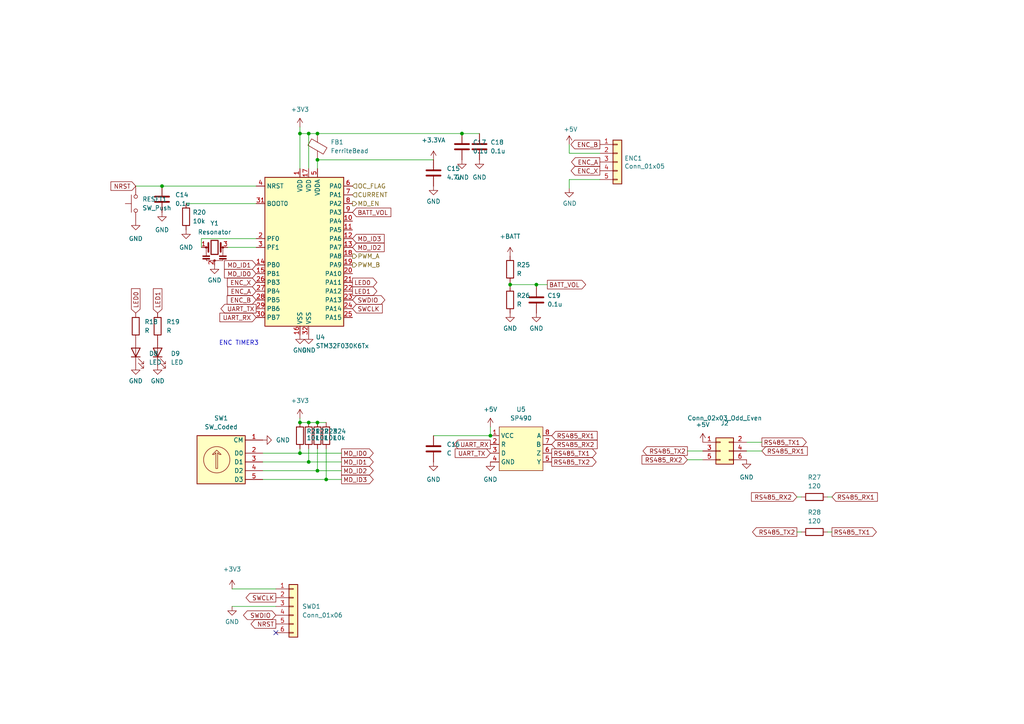
<source format=kicad_sch>
(kicad_sch (version 20211123) (generator eeschema)
  (paper "A4")
  (lib_symbols
    (symbol "Connector_Generic:Conn_01x05" (pin_names (offset 1.016) hide)
      (property "Reference" "J" (at 0 7.62 0))
      (property "Value" "Conn_01x05" (at 0 -7.62 0))
      (symbol "Conn_01x05_1_1"
        (rectangle (start -1.27 -4.953) (end 0 -5.207) (stroke (width 0.1524)))
        (rectangle (start -1.27 -2.413) (end 0 -2.667) (stroke (width 0.1524)))
        (rectangle (start -1.27 0.127) (end 0 -0.127) (stroke (width 0.1524)))
        (rectangle (start -1.27 2.667) (end 0 2.413) (stroke (width 0.1524)))
        (rectangle (start -1.27 5.207) (end 0 4.953) (stroke (width 0.1524)))
        (rectangle (start -1.27 6.35) (end 1.27 -6.35) (stroke (width 0.254)) (fill (type background)))
        (pin passive line (at -5.08 5.08 0) (length 3.81) (name "Pin_1") (number "1"))
        (pin passive line (at -5.08 2.54 0) (length 3.81) (name "Pin_2") (number "2"))
        (pin passive line (at -5.08 0 0) (length 3.81) (name "Pin_3") (number "3"))
        (pin passive line (at -5.08 -2.54 0) (length 3.81) (name "Pin_4") (number "4"))
        (pin passive line (at -5.08 -5.08 0) (length 3.81) (name "Pin_5") (number "5"))
      )
    )
    (symbol "Connector_Generic:Conn_01x06" (pin_names (offset 1.016) hide)
      (property "Reference" "J" (at 0 7.62 0))
      (property "Value" "Conn_01x06" (at 0 -10.16 0))
      (symbol "Conn_01x06_1_1"
        (rectangle (start -1.27 -7.493) (end 0 -7.747) (stroke (width 0.1524)))
        (rectangle (start -1.27 -4.953) (end 0 -5.207) (stroke (width 0.1524)))
        (rectangle (start -1.27 -2.413) (end 0 -2.667) (stroke (width 0.1524)))
        (rectangle (start -1.27 0.127) (end 0 -0.127) (stroke (width 0.1524)))
        (rectangle (start -1.27 2.667) (end 0 2.413) (stroke (width 0.1524)))
        (rectangle (start -1.27 5.207) (end 0 4.953) (stroke (width 0.1524)))
        (rectangle (start -1.27 6.35) (end 1.27 -8.89) (stroke (width 0.254)) (fill (type background)))
        (pin passive line (at -5.08 5.08 0) (length 3.81) (name "Pin_1") (number "1"))
        (pin passive line (at -5.08 2.54 0) (length 3.81) (name "Pin_2") (number "2"))
        (pin passive line (at -5.08 0 0) (length 3.81) (name "Pin_3") (number "3"))
        (pin passive line (at -5.08 -2.54 0) (length 3.81) (name "Pin_4") (number "4"))
        (pin passive line (at -5.08 -5.08 0) (length 3.81) (name "Pin_5") (number "5"))
        (pin passive line (at -5.08 -7.62 0) (length 3.81) (name "Pin_6") (number "6"))
      )
    )
    (symbol "Connector_Generic:Conn_02x03_Odd_Even" (pin_names (offset 1.016) hide)
      (property "Reference" "J" (at 1.27 5.08 0))
      (property "Value" "Conn_02x03_Odd_Even" (at 1.27 -5.08 0))
      (symbol "Conn_02x03_Odd_Even_1_1"
        (rectangle (start -1.27 -2.413) (end 0 -2.667) (stroke (width 0.1524)))
        (rectangle (start -1.27 0.127) (end 0 -0.127) (stroke (width 0.1524)))
        (rectangle (start -1.27 2.667) (end 0 2.413) (stroke (width 0.1524)))
        (rectangle (start -1.27 3.81) (end 3.81 -3.81) (stroke (width 0.254)) (fill (type background)))
        (rectangle (start 3.81 -2.413) (end 2.54 -2.667) (stroke (width 0.1524)))
        (rectangle (start 3.81 0.127) (end 2.54 -0.127) (stroke (width 0.1524)))
        (rectangle (start 3.81 2.667) (end 2.54 2.413) (stroke (width 0.1524)))
        (pin passive line (at -5.08 2.54 0) (length 3.81) (name "Pin_1") (number "1"))
        (pin passive line (at 7.62 2.54 180) (length 3.81) (name "Pin_2") (number "2"))
        (pin passive line (at -5.08 0 0) (length 3.81) (name "Pin_3") (number "3"))
        (pin passive line (at 7.62 0 180) (length 3.81) (name "Pin_4") (number "4"))
        (pin passive line (at -5.08 -2.54 0) (length 3.81) (name "Pin_5") (number "5"))
        (pin passive line (at 7.62 -2.54 180) (length 3.81) (name "Pin_6") (number "6"))
      )
    )
    (symbol "Device:C" (pin_numbers hide) (pin_names (offset 0.254))
      (property "Reference" "C" (at 0.635 2.54 0))
      (property "Value" "C" (at 0.635 -2.54 0))
      (symbol "C_0_1"
        (polyline (pts (xy -2.032 -0.762) (xy 2.032 -0.762)) (stroke (width 0.508)))
        (polyline (pts (xy -2.032 0.762) (xy 2.032 0.762)) (stroke (width 0.508)))
      )
      (symbol "C_1_1"
        (pin passive line (at 0 3.81 270) (length 2.794) (name "~") (number "1"))
        (pin passive line (at 0 -3.81 90) (length 2.794) (name "~") (number "2"))
      )
    )
    (symbol "Device:FerriteBead" (pin_numbers hide) (pin_names (offset 0))
      (property "Reference" "FB" (at -3.81 0.635 90))
      (property "Value" "FerriteBead" (at 3.81 0 90))
      (symbol "FerriteBead_0_1"
        (polyline (pts (xy 0 -1.27) (xy 0 -1.2192)))
        (polyline (pts (xy 0 1.27) (xy 0 1.2954)))
        (polyline (pts (xy -2.7686 0.4064) (xy -1.7018 2.2606) (xy 2.7686 -0.3048) (xy 1.6764 -2.159) (xy -2.7686 0.4064)))
      )
      (symbol "FerriteBead_1_1"
        (pin passive line (at 0 3.81 270) (length 2.54) (name "~") (number "1"))
        (pin passive line (at 0 -3.81 90) (length 2.54) (name "~") (number "2"))
      )
    )
    (symbol "Device:LED" (pin_numbers hide) (pin_names (offset 1.016) hide)
      (property "Reference" "D" (at 0 2.54 0))
      (property "Value" "LED" (at 0 -2.54 0))
      (symbol "LED_0_1"
        (polyline (pts (xy -1.27 -1.27) (xy -1.27 1.27)) (stroke (width 0.254)))
        (polyline (pts (xy -1.27 0) (xy 1.27 0)))
        (polyline (pts (xy 1.27 -1.27) (xy 1.27 1.27) (xy -1.27 0) (xy 1.27 -1.27)) (stroke (width 0.254)))
        (polyline (pts (xy -3.048 -0.762) (xy -4.572 -2.286) (xy -3.81 -2.286) (xy -4.572 -2.286) (xy -4.572 -1.524)))
        (polyline (pts (xy -1.778 -0.762) (xy -3.302 -2.286) (xy -2.54 -2.286) (xy -3.302 -2.286) (xy -3.302 -1.524)))
      )
      (symbol "LED_1_1"
        (pin passive line (at -3.81 0 0) (length 2.54) (name "K") (number "1"))
        (pin passive line (at 3.81 0 180) (length 2.54) (name "A") (number "2"))
      )
    )
    (symbol "Device:R" (pin_numbers hide) (pin_names (offset 0))
      (property "Reference" "R" (at 2.032 0 90))
      (property "Value" "R" (at 0 0 90))
      (symbol "R_0_1"
        (rectangle (start -1.016 -2.54) (end 1.016 2.54) (stroke (width 0.254)))
      )
      (symbol "R_1_1"
        (pin passive line (at 0 3.81 270) (length 1.27) (name "~") (number "1"))
        (pin passive line (at 0 -3.81 90) (length 1.27) (name "~") (number "2"))
      )
    )
    (symbol "Device:Resonator" (pin_names (offset 1.016) hide)
      (property "Reference" "Y" (at 0 5.715 0))
      (property "Value" "Resonator" (at 0 3.81 0))
      (symbol "Resonator_0_1"
        (rectangle (start -3.429 -3.175) (end -1.397 -3.429) (fill (type outline)))
        (rectangle (start -3.429 -2.413) (end -1.397 -2.667) (fill (type outline)))
        (circle (center -2.413 0) (radius 0.254) (fill (type outline)))
        (rectangle (start -1.016 2.032) (end 1.016 -2.032) (stroke (width 0.3048)))
        (circle (center 0 -3.81) (radius 0.254) (fill (type outline)))
        (polyline (pts (xy -2.413 -2.413) (xy -2.413 0)))
        (polyline (pts (xy -1.905 0) (xy -3.175 0)))
        (polyline (pts (xy -1.778 -1.27) (xy -1.778 1.27)) (stroke (width 0.508)))
        (polyline (pts (xy 1.778 -1.27) (xy 1.778 1.27)) (stroke (width 0.508)))
        (polyline (pts (xy 1.905 0) (xy 2.54 0)))
        (polyline (pts (xy 2.413 0) (xy 2.413 -2.54)))
        (polyline (pts (xy 2.413 -3.302) (xy 2.413 -3.81) (xy -2.413 -3.81) (xy -2.413 -3.302)))
        (rectangle (start 1.397 -3.175) (end 3.429 -3.429) (fill (type outline)))
        (rectangle (start 1.397 -2.413) (end 3.429 -2.667) (fill (type outline)))
        (circle (center 2.413 0) (radius 0.254) (fill (type outline)))
      )
      (symbol "Resonator_1_1"
        (pin passive line (at -3.81 0 0) (length 1.27) (name "1") (number "1"))
        (pin passive line (at 0 -5.08 90) (length 1.27) (name "2") (number "2"))
        (pin passive line (at 3.81 0 180) (length 1.27) (name "3") (number "3"))
      )
    )
    (symbol "MCU_ST_STM32F0:STM32F030K6Tx"
      (property "Reference" "U" (at -12.7 21.59 0))
      (property "Value" "STM32F030K6Tx" (at 5.08 21.59 0))
      (symbol "STM32F030K6Tx_0_1"
        (rectangle (start -12.7 -22.86) (end 10.16 20.32) (stroke (width 0.254)) (fill (type background)))
      )
      (symbol "STM32F030K6Tx_1_1"
        (pin power_in line (at -2.54 22.86 270) (length 2.54) (name "VDD") (number "1"))
        (pin bidirectional line (at 12.7 7.62 180) (length 2.54) (name "PA4") (number "10"))
        (pin bidirectional line (at 12.7 5.08 180) (length 2.54) (name "PA5") (number "11"))
        (pin bidirectional line (at 12.7 2.54 180) (length 2.54) (name "PA6") (number "12"))
        (pin bidirectional line (at 12.7 0 180) (length 2.54) (name "PA7") (number "13"))
        (pin bidirectional line (at -15.24 -5.08 0) (length 2.54) (name "PB0") (number "14"))
        (pin bidirectional line (at -15.24 -7.62 0) (length 2.54) (name "PB1") (number "15"))
        (pin power_in line (at -2.54 -25.4 90) (length 2.54) (name "VSS") (number "16"))
        (pin power_in line (at 0 22.86 270) (length 2.54) (name "VDD") (number "17"))
        (pin bidirectional line (at 12.7 -2.54 180) (length 2.54) (name "PA8") (number "18"))
        (pin bidirectional line (at 12.7 -5.08 180) (length 2.54) (name "PA9") (number "19"))
        (pin input line (at -15.24 2.54 0) (length 2.54) (name "PF0") (number "2"))
        (pin bidirectional line (at 12.7 -7.62 180) (length 2.54) (name "PA10") (number "20"))
        (pin bidirectional line (at 12.7 -10.16 180) (length 2.54) (name "PA11") (number "21"))
        (pin bidirectional line (at 12.7 -12.7 180) (length 2.54) (name "PA12") (number "22"))
        (pin bidirectional line (at 12.7 -15.24 180) (length 2.54) (name "PA13") (number "23"))
        (pin bidirectional line (at 12.7 -17.78 180) (length 2.54) (name "PA14") (number "24"))
        (pin bidirectional line (at 12.7 -20.32 180) (length 2.54) (name "PA15") (number "25"))
        (pin bidirectional line (at -15.24 -10.16 0) (length 2.54) (name "PB3") (number "26"))
        (pin bidirectional line (at -15.24 -12.7 0) (length 2.54) (name "PB4") (number "27"))
        (pin bidirectional line (at -15.24 -15.24 0) (length 2.54) (name "PB5") (number "28"))
        (pin bidirectional line (at -15.24 -17.78 0) (length 2.54) (name "PB6") (number "29"))
        (pin input line (at -15.24 0 0) (length 2.54) (name "PF1") (number "3"))
        (pin bidirectional line (at -15.24 -20.32 0) (length 2.54) (name "PB7") (number "30"))
        (pin input line (at -15.24 12.7 0) (length 2.54) (name "BOOT0") (number "31"))
        (pin power_in line (at 0 -25.4 90) (length 2.54) (name "VSS") (number "32"))
        (pin input line (at -15.24 17.78 0) (length 2.54) (name "NRST") (number "4"))
        (pin power_in line (at 2.54 22.86 270) (length 2.54) (name "VDDA") (number "5"))
        (pin bidirectional line (at 12.7 17.78 180) (length 2.54) (name "PA0") (number "6"))
        (pin bidirectional line (at 12.7 15.24 180) (length 2.54) (name "PA1") (number "7"))
        (pin bidirectional line (at 12.7 12.7 180) (length 2.54) (name "PA2") (number "8"))
        (pin bidirectional line (at 12.7 10.16 180) (length 2.54) (name "PA3") (number "9"))
      )
    )
    (symbol "Robocon_Communicate:SP490"
      (property "Reference" "U" (at 0 0 0))
      (property "Value" "SP490" (at 0 0 0))
      (symbol "SP490_0_1"
        (rectangle (start -6.35 -1.27) (end 6.35 -13.97) (fill (type background)))
      )
      (symbol "SP490_1_1"
        (pin power_in line (at -8.89 -3.81 0) (length 2.54) (name "VCC") (number "1"))
        (pin output line (at -8.89 -6.35 0) (length 2.54) (name "R") (number "2"))
        (pin input line (at -8.89 -8.89 0) (length 2.54) (name "D") (number "3"))
        (pin power_in line (at -8.89 -11.43 0) (length 2.54) (name "GND") (number "4"))
        (pin output line (at 8.89 -11.43 180) (length 2.54) (name "Y") (number "5"))
        (pin output line (at 8.89 -8.89 180) (length 2.54) (name "Z") (number "6"))
        (pin output line (at 8.89 -6.35 180) (length 2.54) (name "B") (number "7"))
        (pin output line (at 8.89 -3.81 180) (length 2.54) (name "A") (number "8"))
      )
    )
    (symbol "Switch:SW_Coded"
      (property "Reference" "SW" (at -6.35 8.89 0))
      (property "Value" "SW_Coded" (at -6.35 -7.62 0))
      (symbol "SW_Coded_0_1"
        (circle (center -0.635 0.635) (radius 3.81))
        (polyline (pts (xy -0.889 -1.905) (xy -0.889 2.667) (xy -1.397 2.159) (xy -1.905 2.159) (xy -0.635 3.429) (xy 0.635 2.159) (xy 0.127 2.159) (xy -0.381 2.667) (xy -0.381 -1.905) (xy -0.889 -1.905) (xy -0.889 -1.905)))
        (rectangle (start 7.62 7.62) (end -6.35 -6.35) (stroke (width 0.254)) (fill (type background)))
      )
      (symbol "SW_Coded_1_1"
        (pin passive line (at 12.7 6.35 180) (length 5.08) (name "CM") (number "1"))
        (pin passive line (at 12.7 2.54 180) (length 5.08) (name "D0") (number "2"))
        (pin passive line (at 12.7 0 180) (length 5.08) (name "D1") (number "3"))
        (pin passive line (at 12.7 -2.54 180) (length 5.08) (name "D2") (number "4"))
        (pin passive line (at 12.7 -5.08 180) (length 5.08) (name "D3") (number "5"))
      )
    )
    (symbol "Switch:SW_Push" (pin_numbers hide) (pin_names (offset 1.016) hide)
      (property "Reference" "SW" (at 1.27 2.54 0))
      (property "Value" "SW_Push" (at 0 -1.524 0))
      (symbol "SW_Push_0_1"
        (circle (center -2.032 0) (radius 0.508))
        (polyline (pts (xy 0 1.27) (xy 0 3.048)))
        (polyline (pts (xy 2.54 1.27) (xy -2.54 1.27)))
        (circle (center 2.032 0) (radius 0.508))
        (pin passive line (at -5.08 0 0) (length 2.54) (name "1") (number "1"))
        (pin passive line (at 5.08 0 180) (length 2.54) (name "2") (number "2"))
      )
    )
    (symbol "power:+3.3V" (power) (pin_names (offset 0))
      (property "Value" "+3.3V" (at 0 3.556 0))
      (symbol "+3.3V_0_1"
        (polyline (pts (xy -0.762 1.27) (xy 0 2.54)))
        (polyline (pts (xy 0 0) (xy 0 2.54)))
        (polyline (pts (xy 0 2.54) (xy 0.762 1.27)))
      )
      (symbol "+3.3V_1_1"
        (pin power_in line (at 0 0 90) (length 0) hide (name "+3V3") (number "1"))
      )
    )
    (symbol "power:+3.3VA" (power) (pin_names (offset 0))
      (property "Value" "+3.3VA" (at 0 3.556 0))
      (symbol "+3.3VA_0_1"
        (polyline (pts (xy -0.762 1.27) (xy 0 2.54)))
        (polyline (pts (xy 0 0) (xy 0 2.54)))
        (polyline (pts (xy 0 2.54) (xy 0.762 1.27)))
      )
      (symbol "+3.3VA_1_1"
        (pin power_in line (at 0 0 90) (length 0) hide (name "+3.3VA") (number "1"))
      )
    )
    (symbol "power:+5V" (power) (pin_names (offset 0))
      (property "Value" "+5V" (at 0 3.556 0))
      (symbol "+5V_0_1"
        (polyline (pts (xy -0.762 1.27) (xy 0 2.54)))
        (polyline (pts (xy 0 0) (xy 0 2.54)))
        (polyline (pts (xy 0 2.54) (xy 0.762 1.27)))
      )
      (symbol "+5V_1_1"
        (pin power_in line (at 0 0 90) (length 0) hide (name "+5V") (number "1"))
      )
    )
    (symbol "power:+BATT" (power) (pin_names (offset 0))
      (property "Value" "+BATT" (at 0 3.556 0))
      (symbol "+BATT_0_1"
        (polyline (pts (xy -0.762 1.27) (xy 0 2.54)))
        (polyline (pts (xy 0 0) (xy 0 2.54)))
        (polyline (pts (xy 0 2.54) (xy 0.762 1.27)))
      )
      (symbol "+BATT_1_1"
        (pin power_in line (at 0 0 90) (length 0) hide (name "+BATT") (number "1"))
      )
    )
    (symbol "power:GND" (power) (pin_names (offset 0))
      (property "Value" "GND" (at 0 -3.81 0))
      (symbol "GND_0_1"
        (polyline (pts (xy 0 0) (xy 0 -1.27) (xy 1.27 -1.27) (xy 0 -2.54) (xy -1.27 -1.27) (xy 0 -1.27)))
      )
      (symbol "GND_1_1"
        (pin power_in line (at 0 0 270) (length 0) hide (name "GND") (number "1"))
      )
    )
  )
  (junction (at 92.075 38.735))
  (junction (at 94.615 139.065))
  (junction (at 86.995 38.735))
  (junction (at 89.535 38.735))
  (junction (at 89.535 122.555))
  (junction (at 142.24 126.365))
  (junction (at 86.995 122.555))
  (junction (at 92.075 122.555))
  (junction (at 133.985 38.735))
  (junction (at 147.955 82.55))
  (junction (at 92.075 136.525))
  (junction (at 92.075 46.355))
  (junction (at 46.99 53.975))
  (junction (at 155.575 82.55))
  (junction (at 89.535 133.985))
  (junction (at 86.995 131.445))
  (no_connect (at 80.01 183.515))
  (wire (pts (xy 66.04 71.755) (xy 74.295 71.755)))
  (wire (pts (xy 53.975 59.055) (xy 74.295 59.055)))
  (wire (pts (xy 142.24 123.825) (xy 142.24 126.365)))
  (wire (pts (xy 86.995 131.445) (xy 99.06 131.445)))
  (wire (pts (xy 155.575 82.55) (xy 158.75 82.55)))
  (wire (pts (xy 155.575 82.55) (xy 155.575 83.185)))
  (wire (pts (xy 39.37 53.975) (xy 46.99 53.975)))
  (wire (pts (xy 92.075 136.525) (xy 99.06 136.525)))
  (wire (pts (xy 147.955 82.55) (xy 147.955 83.185)))
  (wire (pts (xy 76.2 139.065) (xy 94.615 139.065)))
  (wire (pts (xy 92.075 46.355) (xy 125.73 46.355)))
  (wire (pts (xy 94.615 139.065) (xy 99.06 139.065)))
  (wire (pts (xy 147.955 82.55) (xy 155.575 82.55)))
  (wire (pts (xy 240.03 154.305) (xy 241.3 154.305)))
  (wire (pts (xy 58.42 71.755) (xy 58.42 69.215)))
  (wire (pts (xy 89.535 133.985) (xy 99.06 133.985)))
  (wire (pts (xy 86.995 122.555) (xy 86.995 121.285)))
  (wire (pts (xy 165.1 44.45) (xy 165.1 41.91)))
  (wire (pts (xy 231.14 154.305) (xy 232.41 154.305)))
  (wire (pts (xy 58.42 69.215) (xy 74.295 69.215)))
  (wire (pts (xy 125.73 126.365) (xy 142.24 126.365)))
  (wire (pts (xy 86.995 130.175) (xy 86.995 131.445)))
  (wire (pts (xy 67.31 170.815) (xy 80.01 170.815)))
  (wire (pts (xy 92.075 38.735) (xy 133.985 38.735)))
  (wire (pts (xy 92.075 130.175) (xy 92.075 136.525)))
  (wire (pts (xy 89.535 38.735) (xy 92.075 38.735)))
  (wire (pts (xy 173.99 52.07) (xy 165.1 52.07)))
  (wire (pts (xy 86.995 38.735) (xy 86.995 48.895)))
  (wire (pts (xy 76.2 133.985) (xy 89.535 133.985)))
  (wire (pts (xy 46.99 53.975) (xy 74.295 53.975)))
  (wire (pts (xy 220.98 130.81) (xy 216.535 130.81)))
  (wire (pts (xy 240.03 144.145) (xy 241.3 144.145)))
  (wire (pts (xy 86.995 38.735) (xy 89.535 38.735)))
  (wire (pts (xy 220.98 128.27) (xy 216.535 128.27)))
  (wire (pts (xy 89.535 122.555) (xy 86.995 122.555)))
  (wire (pts (xy 165.1 52.07) (xy 165.1 54.61)))
  (wire (pts (xy 173.99 44.45) (xy 165.1 44.45)))
  (wire (pts (xy 89.535 38.735) (xy 89.535 48.895)))
  (wire (pts (xy 89.535 130.175) (xy 89.535 133.985)))
  (wire (pts (xy 86.995 36.83) (xy 86.995 38.735)))
  (wire (pts (xy 92.075 46.355) (xy 92.075 48.895)))
  (wire (pts (xy 67.31 175.895) (xy 80.01 175.895)))
  (wire (pts (xy 76.2 131.445) (xy 86.995 131.445)))
  (wire (pts (xy 94.615 122.555) (xy 92.075 122.555)))
  (wire (pts (xy 76.2 136.525) (xy 92.075 136.525)))
  (wire (pts (xy 133.985 38.735) (xy 139.065 38.735)))
  (wire (pts (xy 147.955 81.915) (xy 147.955 82.55)))
  (wire (pts (xy 92.075 122.555) (xy 89.535 122.555)))
  (wire (pts (xy 231.14 144.145) (xy 232.41 144.145)))
  (wire (pts (xy 199.39 133.35) (xy 203.835 133.35)))
  (wire (pts (xy 199.39 130.81) (xy 203.835 130.81)))
  (wire (pts (xy 94.615 130.175) (xy 94.615 139.065)))
  (text "ENC TIMER3" (at 63.5 100.33 0) (effects (font (size 1.27 1.27)) (justify left bottom)))
  (global_label "UART_TX" (shape input) (at 142.24 131.445 180) (property "Intersheet References" "${INTERSHEET_REFS}" (effects hide)))
  (global_label "LED0" (shape input) (at 39.37 90.805 90) (property "Intersheet References" "${INTERSHEET_REFS}" (effects hide)))
  (global_label "RS485_RX1" (shape input) (at 241.3 144.145 0) (property "Intersheet References" "${INTERSHEET_REFS}" (effects hide)))
  (global_label "RS485_RX2" (shape input) (at 231.14 144.145 180) (property "Intersheet References" "${INTERSHEET_REFS}" (effects hide)))
  (global_label "ENC_X" (shape output) (at 173.99 49.53 180) (property "Intersheet References" "${INTERSHEET_REFS}" (effects hide)))
  (global_label "BATT_VOL" (shape input) (at 102.235 61.595 0) (property "Intersheet References" "${INTERSHEET_REFS}" (effects hide)))
  (global_label "ENC_A" (shape output) (at 173.99 46.99 180) (property "Intersheet References" "${INTERSHEET_REFS}" (effects hide)))
  (global_label "SWCLK" (shape input) (at 102.235 89.535 0) (property "Intersheet References" "${INTERSHEET_REFS}" (effects hide)))
  (global_label "NRST" (shape output) (at 80.01 180.975 180) (property "Intersheet References" "${INTERSHEET_REFS}" (effects hide)))
  (global_label "UART_TX" (shape output) (at 74.295 89.535 180) (property "Intersheet References" "${INTERSHEET_REFS}" (effects hide)))
  (global_label "BATT_VOL" (shape output) (at 158.75 82.55 0) (property "Intersheet References" "${INTERSHEET_REFS}" (effects hide)))
  (global_label "MD_ID1" (shape input) (at 74.295 76.835 180) (property "Intersheet References" "${INTERSHEET_REFS}" (effects hide)))
  (global_label "UART_RX" (shape input) (at 74.295 92.075 180) (property "Intersheet References" "${INTERSHEET_REFS}" (effects hide)))
  (global_label "RS485_TX1" (shape output) (at 220.98 128.27 0) (property "Intersheet References" "${INTERSHEET_REFS}" (effects hide)))
  (global_label "RS485_RX1" (shape input) (at 220.98 130.81 0) (property "Intersheet References" "${INTERSHEET_REFS}" (effects hide)))
  (global_label "ENC_A" (shape input) (at 74.295 84.455 180) (property "Intersheet References" "${INTERSHEET_REFS}" (effects hide)))
  (global_label "MD_ID3" (shape input) (at 102.235 69.215 0) (property "Intersheet References" "${INTERSHEET_REFS}" (effects hide)))
  (global_label "SWCLK" (shape output) (at 80.01 173.355 180) (property "Intersheet References" "${INTERSHEET_REFS}" (effects hide)))
  (global_label "MD_ID1" (shape output) (at 99.06 133.985 0) (property "Intersheet References" "${INTERSHEET_REFS}" (effects hide)))
  (global_label "ENC_B" (shape output) (at 173.99 41.91 180) (property "Intersheet References" "${INTERSHEET_REFS}" (effects hide)))
  (global_label "RS485_RX1" (shape input) (at 160.02 126.365 0) (property "Intersheet References" "${INTERSHEET_REFS}" (effects hide)))
  (global_label "RS485_TX2" (shape output) (at 160.02 133.985 0) (property "Intersheet References" "${INTERSHEET_REFS}" (effects hide)))
  (global_label "ENC_B" (shape input) (at 74.295 86.995 180) (property "Intersheet References" "${INTERSHEET_REFS}" (effects hide)))
  (global_label "UART_RX" (shape output) (at 142.24 128.905 180) (property "Intersheet References" "${INTERSHEET_REFS}" (effects hide)))
  (global_label "RS485_TX1" (shape output) (at 160.02 131.445 0) (property "Intersheet References" "${INTERSHEET_REFS}" (effects hide)))
  (global_label "MD_ID0" (shape input) (at 74.295 79.375 180) (property "Intersheet References" "${INTERSHEET_REFS}" (effects hide)))
  (global_label "RS485_RX2" (shape input) (at 199.39 133.35 180) (property "Intersheet References" "${INTERSHEET_REFS}" (effects hide)))
  (global_label "LED1" (shape output) (at 102.235 84.455 0) (property "Intersheet References" "${INTERSHEET_REFS}" (effects hide)))
  (global_label "RS485_TX2" (shape output) (at 199.39 130.81 180) (property "Intersheet References" "${INTERSHEET_REFS}" (effects hide)))
  (global_label "SWDIO" (shape bidirectional) (at 102.235 86.995 0) (property "Intersheet References" "${INTERSHEET_REFS}" (effects hide)))
  (global_label "LED0" (shape output) (at 102.235 81.915 0) (property "Intersheet References" "${INTERSHEET_REFS}" (effects hide)))
  (global_label "MD_ID2" (shape input) (at 102.235 71.755 0) (property "Intersheet References" "${INTERSHEET_REFS}" (effects hide)))
  (global_label "MD_ID3" (shape output) (at 99.06 139.065 0) (property "Intersheet References" "${INTERSHEET_REFS}" (effects hide)))
  (global_label "RS485_TX1" (shape output) (at 241.3 154.305 0) (property "Intersheet References" "${INTERSHEET_REFS}" (effects hide)))
  (global_label "ENC_X" (shape input) (at 74.295 81.915 180) (property "Intersheet References" "${INTERSHEET_REFS}" (effects hide)))
  (global_label "NRST" (shape input) (at 39.37 53.975 180) (property "Intersheet References" "${INTERSHEET_REFS}" (effects hide)))
  (global_label "LED1" (shape input) (at 45.72 90.805 90) (property "Intersheet References" "${INTERSHEET_REFS}" (effects hide)))
  (global_label "MD_ID0" (shape output) (at 99.06 131.445 0) (property "Intersheet References" "${INTERSHEET_REFS}" (effects hide)))
  (global_label "RS485_TX2" (shape output) (at 231.14 154.305 180) (property "Intersheet References" "${INTERSHEET_REFS}" (effects hide)))
  (global_label "MD_ID2" (shape output) (at 99.06 136.525 0) (property "Intersheet References" "${INTERSHEET_REFS}" (effects hide)))
  (global_label "SWDIO" (shape bidirectional) (at 80.01 178.435 180) (property "Intersheet References" "${INTERSHEET_REFS}" (effects hide)))
  (global_label "RS485_RX2" (shape input) (at 160.02 128.905 0) (property "Intersheet References" "${INTERSHEET_REFS}" (effects hide)))
  (hierarchical_label "PWM_A" (shape output) (at 102.235 74.295 0))
  (hierarchical_label "CURRENT" (shape input) (at 102.235 56.515 0))
  (hierarchical_label "OC_FLAG" (shape input) (at 102.235 53.975 0))
  (hierarchical_label "PWM_B" (shape output) (at 102.235 76.835 0))
  (hierarchical_label "MD_EN" (shape output) (at 102.235 59.055 0))
  (symbol (lib_id "power:GND") (at 139.065 46.355 0) (unit 1)
    (property "Reference" "#PWR047" (effects hide))
    (property "Value" "GND" (at 139.065 51.435 0))
  )
  (symbol (lib_id "Device:C") (at 133.985 42.545 0) (unit 1)
    (property "Reference" "C17" (at 137.16 41.2749 0) (effects (justify left)))
    (property "Value" "0.1u" (at 137.16 43.8149 0) (effects (justify left)))
    (property "Footprint" "Capacitor_SMD:C_0603_1608Metric_Pad1.08x0.95mm_HandSolder" (effects hide))
  )
  (symbol (lib_id "power:+3.3VA") (at 125.73 46.355 0) (unit 1)
    (property "Reference" "#PWR043" (effects hide))
    (property "Value" "+3.3VA" (at 125.73 40.64 0))
  )
  (symbol (lib_id "Device:R") (at 39.37 94.615 0) (unit 1)
    (property "Reference" "R18" (at 41.91 93.3449 0) (effects (justify left)))
    (property "Value" "R" (at 41.91 95.8849 0) (effects (justify left)))
    (property "Footprint" "Resistor_SMD:R_0603_1608Metric_Pad0.98x0.95mm_HandSolder" (effects hide))
  )
  (symbol (lib_id "Device:R") (at 236.22 154.305 90) (unit 1)
    (property "Reference" "R28" (at 236.22 148.59 90))
    (property "Value" "120" (at 236.22 151.13 90))
    (property "Footprint" "Resistor_SMD:R_0603_1608Metric_Pad0.98x0.95mm_HandSolder" (effects hide))
  )
  (symbol (lib_id "power:GND") (at 86.995 97.155 0) (unit 1)
    (property "Reference" "#PWR040" (effects hide))
    (property "Value" "GND" (at 86.995 101.6 0))
  )
  (symbol (lib_id "Device:R") (at 147.955 78.105 0) (unit 1)
    (property "Reference" "R25" (at 149.86 76.8349 0) (effects (justify left)))
    (property "Value" "R" (at 149.86 79.3749 0) (effects (justify left)))
    (property "Footprint" "Resistor_SMD:R_0603_1608Metric_Pad0.98x0.95mm_HandSolder" (effects hide))
  )
  (symbol (lib_id "power:GND") (at 46.99 61.595 0) (unit 1)
    (property "Reference" "#PWR033" (effects hide))
    (property "Value" "GND" (at 46.99 66.675 0))
  )
  (symbol (lib_id "power:GND") (at 76.2 127.635 90) (unit 1)
    (property "Reference" "#PWR038" (effects hide))
    (property "Value" "GND" (at 80.01 127.6349 90) (effects (justify right)))
  )
  (symbol (lib_id "power:GND") (at 125.73 133.985 0) (unit 1)
    (property "Reference" "#PWR045" (effects hide))
    (property "Value" "GND" (at 125.73 139.065 0))
  )
  (symbol (lib_id "power:+3.3V") (at 67.31 170.815 0) (unit 1)
    (property "Reference" "#PWR036" (effects hide))
    (property "Value" "+3.3V" (at 67.31 165.1 0))
  )
  (symbol (lib_id "Connector_Generic:Conn_01x05") (at 179.07 46.99 0) (unit 1)
    (property "Reference" "ENC1" (at 181.102 45.9232 0) (effects (justify left)))
    (property "Value" "Conn_01x05" (at 181.102 48.2346 0) (effects (justify left)))
    (property "Footprint" "Robocon_Connector:XA_05_Horizontal" (effects hide))
  )
  (symbol (lib_id "Device:LED") (at 39.37 102.235 90) (unit 1)
    (property "Reference" "D8" (at 43.18 102.5524 90) (effects (justify right)))
    (property "Value" "LED" (at 43.18 105.0924 90) (effects (justify right)))
    (property "Footprint" "LED_SMD:LED_0603_1608Metric_Pad1.05x0.95mm_HandSolder" (effects hide))
  )
  (symbol (lib_id "Device:R") (at 53.975 62.865 180) (unit 1)
    (property "Reference" "R20" (at 55.88 61.5949 0) (effects (justify right)))
    (property "Value" "10k" (at 55.88 64.1349 0) (effects (justify right)))
    (property "Footprint" "Resistor_SMD:R_0603_1608Metric_Pad0.98x0.95mm_HandSolder" (effects hide))
  )
  (symbol (lib_id "Device:C") (at 46.99 57.785 0) (unit 1)
    (property "Reference" "C14" (at 50.8 56.5149 0) (effects (justify left)))
    (property "Value" "0.1u" (at 50.8 59.0549 0) (effects (justify left)))
    (property "Footprint" "Capacitor_SMD:C_0603_1608Metric_Pad1.08x0.95mm_HandSolder" (effects hide))
  )
  (symbol (lib_id "Switch:SW_Coded") (at 63.5 133.985 0) (unit 1)
    (property "Reference" "SW1" (at 64.135 121.285 0))
    (property "Value" "SW_Coded" (at 64.135 123.825 0))
    (property "Footprint" "Robocon_Switch:ROTARY_DIP" (effects hide))
  )
  (symbol (lib_id "Device:R") (at 92.075 126.365 0) (unit 1)
    (property "Reference" "R23" (at 93.98 125.0949 0) (effects (justify left)))
    (property "Value" "10k" (at 93.98 127 0) (effects (justify left)))
    (property "Footprint" "Resistor_SMD:R_0603_1608Metric_Pad0.98x0.95mm_HandSolder" (effects hide))
  )
  (symbol (lib_id "Device:R") (at 94.615 126.365 0) (unit 1)
    (property "Reference" "R24" (at 96.52 125.0949 0) (effects (justify left)))
    (property "Value" "10k" (at 96.52 127 0) (effects (justify left)))
    (property "Footprint" "Resistor_SMD:R_0603_1608Metric_Pad0.98x0.95mm_HandSolder" (effects hide))
  )
  (symbol (lib_id "power:+5V") (at 203.835 128.27 0) (unit 1)
    (property "Reference" "#PWR055" (effects hide))
    (property "Value" "+5V" (at 203.835 123.19 0))
  )
  (symbol (lib_id "Device:R") (at 89.535 126.365 0) (unit 1)
    (property "Reference" "R22" (at 91.44 125.0949 0) (effects (justify left)))
    (property "Value" "10k" (at 91.44 127 0) (effects (justify left)))
    (property "Footprint" "Resistor_SMD:R_0603_1608Metric_Pad0.98x0.95mm_HandSolder" (effects hide))
  )
  (symbol (lib_id "MCU_ST_STM32F0:STM32F030K6Tx") (at 89.535 71.755 0) (unit 1)
    (property "Reference" "U4" (at 91.5544 97.79 0) (effects (justify left)))
    (property "Value" "STM32F030K6Tx" (at 91.5544 100.33 0) (effects (justify left)))
    (property "Footprint" "Package_QFP:LQFP-32_7x7mm_P0.8mm" (effects hide))
    (property "Datasheet" "http://www.st.com/st-web-ui/static/active/en/resource/technical/document/datasheet/DM00088500.pdf" (effects hide))
  )
  (symbol (lib_id "Device:R") (at 45.72 94.615 0) (unit 1)
    (property "Reference" "R19" (at 48.26 93.3449 0) (effects (justify left)))
    (property "Value" "R" (at 48.26 95.8849 0) (effects (justify left)))
    (property "Footprint" "Resistor_SMD:R_0603_1608Metric_Pad0.98x0.95mm_HandSolder" (effects hide))
  )
  (symbol (lib_id "Device:Resonator") (at 62.23 71.755 0) (unit 1)
    (property "Reference" "Y1" (at 62.23 64.77 0))
    (property "Value" "Resonator" (at 62.23 67.31 0))
    (property "Footprint" "Crystal:Resonator_SMD_Murata_CSTxExxV-3Pin_3.0x1.1mm_HandSoldering" (effects hide))
  )
  (symbol (lib_id "Device:C") (at 125.73 50.165 0) (unit 1)
    (property "Reference" "C15" (at 129.54 48.8949 0) (effects (justify left)))
    (property "Value" "4.7u" (at 129.54 51.4349 0) (effects (justify left)))
    (property "Footprint" "Capacitor_SMD:C_0805_2012Metric_Pad1.18x1.45mm_HandSolder" (effects hide))
  )
  (symbol (lib_id "Device:R") (at 236.22 144.145 90) (unit 1)
    (property "Reference" "R27" (at 236.22 138.43 90))
    (property "Value" "120" (at 236.22 140.97 90))
    (property "Footprint" "Resistor_SMD:R_0603_1608Metric_Pad0.98x0.95mm_HandSolder" (effects hide))
  )
  (symbol (lib_id "Device:C") (at 155.575 86.995 0) (unit 1)
    (property "Reference" "C19" (at 158.75 85.7249 0) (effects (justify left)))
    (property "Value" "0.1u" (at 158.75 88.2649 0) (effects (justify left)))
    (property "Footprint" "Capacitor_SMD:C_0603_1608Metric_Pad1.08x0.95mm_HandSolder" (effects hide))
  )
  (symbol (lib_id "Device:C") (at 125.73 130.175 0) (unit 1)
    (property "Reference" "C16" (at 129.54 128.9049 0) (effects (justify left)))
    (property "Value" "C" (at 129.54 131.4449 0) (effects (justify left)))
    (property "Footprint" "Capacitor_SMD:C_0603_1608Metric_Pad1.08x0.95mm_HandSolder" (effects hide))
  )
  (symbol (lib_id "power:+5V") (at 142.24 123.825 0) (unit 1)
    (property "Reference" "#PWR048" (effects hide))
    (property "Value" "+5V" (at 142.24 118.745 0))
  )
  (symbol (lib_id "power:GND") (at 147.955 90.805 0) (unit 1)
    (property "Reference" "#PWR051" (effects hide))
    (property "Value" "GND" (at 147.955 95.25 0))
  )
  (symbol (lib_id "power:GND") (at 125.73 53.975 0) (unit 1)
    (property "Reference" "#PWR044" (effects hide))
    (property "Value" "GND" (at 125.73 58.42 0))
  )
  (symbol (lib_id "power:GND") (at 39.37 106.045 0) (unit 1)
    (property "Reference" "#PWR031" (effects hide))
    (property "Value" "GND" (at 39.37 110.49 0))
  )
  (symbol (lib_id "power:GND") (at 53.975 66.675 0) (unit 1)
    (property "Reference" "#PWR034" (effects hide))
    (property "Value" "GND" (at 53.975 71.755 0))
  )
  (symbol (lib_id "Device:LED") (at 45.72 102.235 90) (unit 1)
    (property "Reference" "D9" (at 49.53 102.5524 90) (effects (justify right)))
    (property "Value" "LED" (at 49.53 105.0924 90) (effects (justify right)))
    (property "Footprint" "LED_SMD:LED_0603_1608Metric_Pad1.05x0.95mm_HandSolder" (effects hide))
  )
  (symbol (lib_id "Switch:SW_Push") (at 39.37 59.055 90) (unit 1)
    (property "Reference" "RESET1" (at 41.275 57.7849 90) (effects (justify right)))
    (property "Value" "SW_Push" (at 41.275 60.3249 90) (effects (justify right)))
    (property "Footprint" "Robocon_Switch:KMR621NG" (effects hide))
  )
  (symbol (lib_id "power:GND") (at 67.31 175.895 0) (unit 1)
    (property "Reference" "#PWR037" (effects hide))
    (property "Value" "GND" (at 67.31 180.34 0))
  )
  (symbol (lib_id "power:+3.3V") (at 86.995 121.285 0) (unit 1)
    (property "Reference" "#PWR041" (effects hide))
    (property "Value" "+3.3V" (at 86.995 116.205 0))
  )
  (symbol (lib_id "power:GND") (at 216.535 133.35 0) (unit 1)
    (property "Reference" "#PWR056" (effects hide))
    (property "Value" "GND" (at 216.535 138.43 0))
  )
  (symbol (lib_id "power:+3.3V") (at 86.995 36.83 0) (unit 1)
    (property "Reference" "#PWR039" (effects hide))
    (property "Value" "+3.3V" (at 86.995 31.75 0))
  )
  (symbol (lib_id "Connector_Generic:Conn_02x03_Odd_Even") (at 208.915 130.81 0) (unit 1)
    (property "Reference" "J2" (at 210.185 122.7582 0))
    (property "Value" "Conn_02x03_Odd_Even" (at 210.185 121.2596 0))
    (property "Footprint" "Connector_IDC:IDC-Header_2x03_P2.54mm_Horizontal" (effects hide))
  )
  (symbol (lib_id "power:GND") (at 142.24 133.985 0) (unit 1)
    (property "Reference" "#PWR049" (effects hide))
    (property "Value" "GND" (at 142.24 139.065 0))
  )
  (symbol (lib_id "power:GND") (at 165.1 54.61 0) (unit 1)
    (property "Reference" "#PWR054" (effects hide))
    (property "Value" "GND" (at 165.227 59.0042 0))
  )
  (symbol (lib_id "power:GND") (at 39.37 64.135 0) (unit 1)
    (property "Reference" "#PWR030" (effects hide))
    (property "Value" "GND" (at 39.37 69.215 0))
  )
  (symbol (lib_id "power:GND") (at 133.985 46.355 0) (unit 1)
    (property "Reference" "#PWR046" (effects hide))
    (property "Value" "GND" (at 133.985 51.435 0))
  )
  (symbol (lib_id "power:+BATT") (at 147.955 74.295 0) (unit 1)
    (property "Reference" "#PWR050" (effects hide))
    (property "Value" "+BATT" (at 147.955 68.58 0))
  )
  (symbol (lib_id "power:GND") (at 155.575 90.805 0) (unit 1)
    (property "Reference" "#PWR052" (effects hide))
    (property "Value" "GND" (at 155.575 95.25 0))
  )
  (symbol (lib_id "power:+5V") (at 165.1 41.91 0) (unit 1)
    (property "Reference" "#PWR053" (effects hide))
    (property "Value" "+5V" (at 165.481 37.5158 0))
  )
  (symbol (lib_id "power:GND") (at 45.72 106.045 0) (unit 1)
    (property "Reference" "#PWR032" (effects hide))
    (property "Value" "GND" (at 45.72 110.49 0))
  )
  (symbol (lib_id "power:GND") (at 62.23 76.835 0) (unit 1)
    (property "Reference" "#PWR035" (effects hide))
    (property "Value" "GND" (at 62.23 81.28 0))
  )
  (symbol (lib_id "Device:R") (at 86.995 126.365 0) (unit 1)
    (property "Reference" "R21" (at 88.9 125.0949 0) (effects (justify left)))
    (property "Value" "10k" (at 88.9 127 0) (effects (justify left)))
    (property "Footprint" "Resistor_SMD:R_0603_1608Metric_Pad0.98x0.95mm_HandSolder" (effects hide))
  )
  (symbol (lib_id "Device:R") (at 147.955 86.995 0) (unit 1)
    (property "Reference" "R26" (at 149.86 85.7249 0) (effects (justify left)))
    (property "Value" "R" (at 149.86 88.2649 0) (effects (justify left)))
    (property "Footprint" "Resistor_SMD:R_0603_1608Metric_Pad0.98x0.95mm_HandSolder" (effects hide))
  )
  (symbol (lib_id "Device:C") (at 139.065 42.545 0) (unit 1)
    (property "Reference" "C18" (at 142.24 41.2749 0) (effects (justify left)))
    (property "Value" "0.1u" (at 142.24 43.8149 0) (effects (justify left)))
    (property "Footprint" "Capacitor_SMD:C_0603_1608Metric_Pad1.08x0.95mm_HandSolder" (effects hide))
  )
  (symbol (lib_id "Robocon_Communicate:SP490") (at 151.13 122.555 0) (unit 1)
    (property "Reference" "U5" (at 151.13 118.745 0))
    (property "Value" "SP490" (at 151.13 121.285 0))
    (property "Footprint" "Package_SO:SOIC-8_3.9x4.9mm_P1.27mm" (effects hide))
  )
  (symbol (lib_id "Device:FerriteBead") (at 92.075 42.545 0) (unit 1)
    (property "Reference" "FB1" (at 95.885 41.2241 0) (effects (justify left)))
    (property "Value" "FerriteBead" (at 95.885 43.7641 0) (effects (justify left)))
    (property "Footprint" "Inductor_SMD:L_0603_1608Metric_Pad1.05x0.95mm_HandSolder" (effects hide))
  )
  (symbol (lib_id "Connector_Generic:Conn_01x06") (at 85.09 175.895 0) (unit 1)
    (property "Reference" "SWD1" (at 87.63 175.8949 0) (effects (justify left)))
    (property "Value" "Conn_01x06" (at 87.63 178.4349 0) (effects (justify left)))
    (property "Footprint" "Connector_PinHeader_2.54mm:PinHeader_1x06_P2.54mm_Vertical" (effects hide))
  )
  (symbol (lib_id "power:GND") (at 89.535 97.155 0) (unit 1)
    (property "Reference" "#PWR042" (effects hide))
    (property "Value" "GND" (at 89.535 101.6 0))
  )
)
</source>
